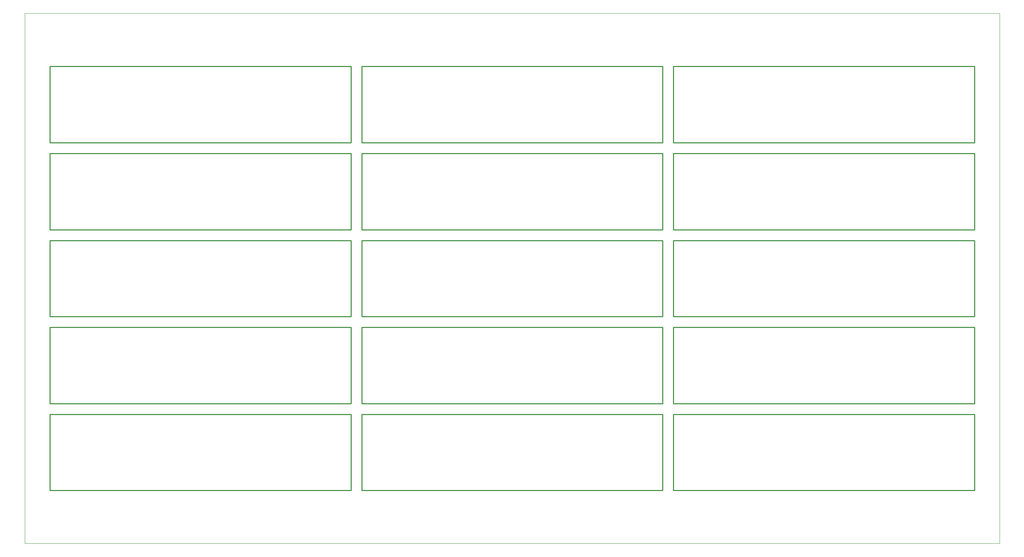
<source format=gko>
G04*
G04 #@! TF.GenerationSoftware,Altium Limited,Altium Designer,21.4.1 (30)*
G04*
G04 Layer_Color=16711935*
%FSLAX44Y44*%
%MOMM*%
G71*
G04*
G04 #@! TF.SameCoordinates,2D73B175-FFCD-4784-8361-F00341A9FACE*
G04*
G04*
G04 #@! TF.FilePolarity,Positive*
G04*
G01*
G75*
%ADD39C,0.2540*%
%ADD41C,0.1000*%
D39*
X59600Y125400D02*
Y305371D01*
Y125400D02*
X769600D01*
Y305371D01*
X59600D02*
X769600D01*
X795000Y125400D02*
Y305371D01*
Y125400D02*
X1505000D01*
Y305371D01*
X795000D02*
X1505000D01*
X1530400Y125400D02*
Y305371D01*
Y125400D02*
X2240400D01*
Y305371D01*
X1530400D02*
X2240400D01*
X59600Y330771D02*
Y510743D01*
Y330771D02*
X769600D01*
Y510743D01*
X59600D02*
X769600D01*
X795000Y330771D02*
Y510743D01*
Y330771D02*
X1505000D01*
Y510743D01*
X795000D02*
X1505000D01*
X1530400Y330771D02*
Y510743D01*
Y330771D02*
X2240400D01*
Y510743D01*
X1530400D02*
X2240400D01*
X59600Y536143D02*
Y716114D01*
Y536143D02*
X769600D01*
Y716114D01*
X59600D02*
X769600D01*
X795000Y536143D02*
Y716114D01*
Y536143D02*
X1505000D01*
Y716114D01*
X795000D02*
X1505000D01*
X1530400Y536143D02*
Y716114D01*
Y536143D02*
X2240400D01*
Y716114D01*
X1530400D02*
X2240400D01*
X59600Y741514D02*
Y921486D01*
Y741514D02*
X769600D01*
Y921486D01*
X59600D02*
X769600D01*
X795000Y741514D02*
Y921486D01*
Y741514D02*
X1505000D01*
Y921486D01*
X795000D02*
X1505000D01*
X1530400Y741514D02*
Y921486D01*
Y741514D02*
X2240400D01*
Y921486D01*
X1530400D02*
X2240400D01*
X59600Y946886D02*
Y1126857D01*
Y946886D02*
X769600D01*
Y1126857D01*
X59600D02*
X769600D01*
X795000Y946886D02*
Y1126857D01*
Y946886D02*
X1505000D01*
Y1126857D01*
X795000D02*
X1505000D01*
X1530400Y946886D02*
Y1126857D01*
Y946886D02*
X2240400D01*
Y1126857D01*
X1530400D02*
X2240400D01*
D41*
X2300000Y0D02*
Y1252400D01*
X-0Y0D02*
X0Y1252400D01*
X-0D02*
X2300000D01*
X0Y0D02*
X2300000D01*
M02*

</source>
